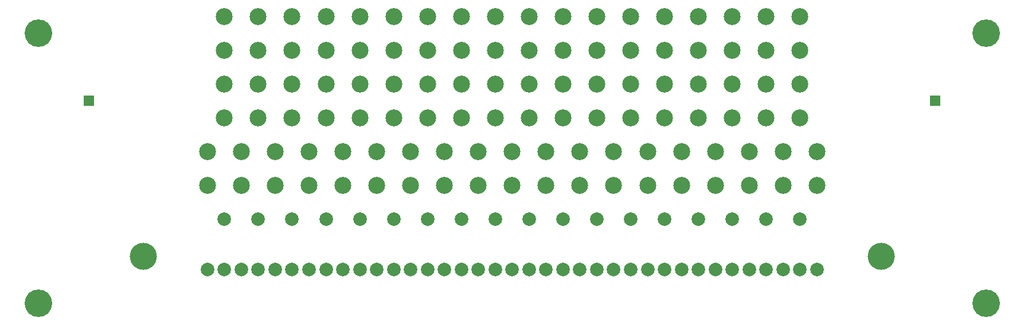
<source format=gts>
G04 (created by PCBNEW (2013-07-07 BZR 4022)-stable) date 23/09/2014 08:58:54*
%MOIN*%
G04 Gerber Fmt 3.4, Leading zero omitted, Abs format*
%FSLAX34Y34*%
G01*
G70*
G90*
G04 APERTURE LIST*
%ADD10C,0.00590551*%
%ADD11C,0.0984252*%
%ADD12C,0.16*%
%ADD13R,0.06X0.06*%
%ADD14C,0.0787402*%
%ADD15C,0.15748*%
G04 APERTURE END LIST*
G54D10*
G54D11*
X104330Y-56102D03*
X102362Y-56102D03*
X100393Y-56102D03*
X98425Y-56102D03*
X96456Y-56102D03*
X94488Y-56102D03*
X92519Y-56102D03*
X90551Y-56102D03*
X88582Y-56102D03*
X86614Y-56102D03*
X84645Y-56102D03*
X82677Y-56102D03*
X80708Y-56102D03*
X78740Y-56102D03*
X76771Y-56102D03*
X74803Y-56102D03*
X72834Y-56102D03*
X70866Y-56102D03*
X68897Y-56102D03*
X104330Y-58070D03*
X102362Y-58070D03*
X100393Y-58070D03*
X98425Y-58070D03*
X96456Y-58070D03*
X94488Y-58070D03*
X92519Y-58070D03*
X90551Y-58070D03*
X88582Y-58070D03*
X86614Y-58070D03*
X84645Y-58070D03*
X82677Y-58070D03*
X80708Y-58070D03*
X78740Y-58070D03*
X76771Y-58070D03*
X74803Y-58070D03*
X72834Y-58070D03*
X70866Y-58070D03*
X68897Y-58070D03*
X103346Y-52165D03*
X101377Y-52165D03*
X99409Y-52165D03*
X97440Y-52165D03*
X95472Y-52165D03*
X93503Y-52165D03*
X91535Y-52165D03*
X89566Y-52165D03*
X87598Y-52165D03*
X85629Y-52165D03*
X83661Y-52165D03*
X81692Y-52165D03*
X79724Y-52165D03*
X77755Y-52165D03*
X75787Y-52165D03*
X73818Y-52165D03*
X71850Y-52165D03*
X69881Y-52165D03*
X103346Y-54133D03*
X101377Y-54133D03*
X99409Y-54133D03*
X97440Y-54133D03*
X95472Y-54133D03*
X93503Y-54133D03*
X91535Y-54133D03*
X89566Y-54133D03*
X87598Y-54133D03*
X85629Y-54133D03*
X83661Y-54133D03*
X81692Y-54133D03*
X79724Y-54133D03*
X77755Y-54133D03*
X75787Y-54133D03*
X73818Y-54133D03*
X71850Y-54133D03*
X69881Y-54133D03*
X103346Y-48228D03*
X101377Y-48228D03*
X99409Y-48228D03*
X97440Y-48228D03*
X95472Y-48228D03*
X93503Y-48228D03*
X91535Y-48228D03*
X89566Y-48228D03*
X87598Y-48228D03*
X85629Y-48228D03*
X83661Y-48228D03*
X81692Y-48228D03*
X79724Y-48228D03*
X77755Y-48228D03*
X75787Y-48228D03*
X73818Y-48228D03*
X71850Y-48228D03*
X69881Y-48228D03*
X103346Y-50196D03*
X101377Y-50196D03*
X99409Y-50196D03*
X97440Y-50196D03*
X95472Y-50196D03*
X93503Y-50196D03*
X91535Y-50196D03*
X89566Y-50196D03*
X87598Y-50196D03*
X85629Y-50196D03*
X83661Y-50196D03*
X81692Y-50196D03*
X79724Y-50196D03*
X77755Y-50196D03*
X75787Y-50196D03*
X73818Y-50196D03*
X71850Y-50196D03*
X69881Y-50196D03*
G54D12*
X114173Y-49212D03*
X114173Y-64960D03*
X59055Y-64960D03*
X59055Y-49212D03*
G54D13*
X62007Y-53149D03*
X111220Y-53149D03*
G54D14*
X104330Y-62992D03*
X102362Y-62992D03*
X100393Y-62992D03*
X98425Y-62992D03*
X96456Y-62992D03*
X94488Y-62992D03*
X92519Y-62992D03*
X90551Y-62992D03*
X88582Y-62992D03*
X86614Y-62992D03*
X84645Y-62992D03*
X82677Y-62992D03*
X80708Y-62992D03*
X78740Y-62992D03*
X76771Y-62992D03*
X74803Y-62992D03*
X72834Y-62992D03*
X70866Y-62992D03*
X68897Y-62992D03*
X103346Y-62992D03*
X101377Y-62992D03*
X99409Y-62992D03*
X97440Y-62992D03*
X95472Y-62992D03*
X93503Y-62992D03*
X91535Y-62992D03*
X89566Y-62992D03*
X87598Y-62992D03*
X85629Y-62992D03*
X83661Y-62992D03*
X81692Y-62992D03*
X79724Y-62992D03*
X77755Y-62992D03*
X75787Y-62992D03*
X73818Y-62992D03*
X71850Y-62992D03*
X69881Y-62992D03*
X103346Y-60039D03*
X101377Y-60039D03*
X99409Y-60039D03*
X97440Y-60039D03*
X95472Y-60039D03*
X93503Y-60039D03*
X91535Y-60039D03*
X89566Y-60039D03*
X87598Y-60039D03*
X85629Y-60039D03*
X83661Y-60039D03*
X81692Y-60039D03*
X79724Y-60039D03*
X77755Y-60039D03*
X75787Y-60039D03*
X73818Y-60039D03*
X71850Y-60039D03*
X69881Y-60039D03*
G54D15*
X65157Y-62204D03*
X108070Y-62204D03*
M02*

</source>
